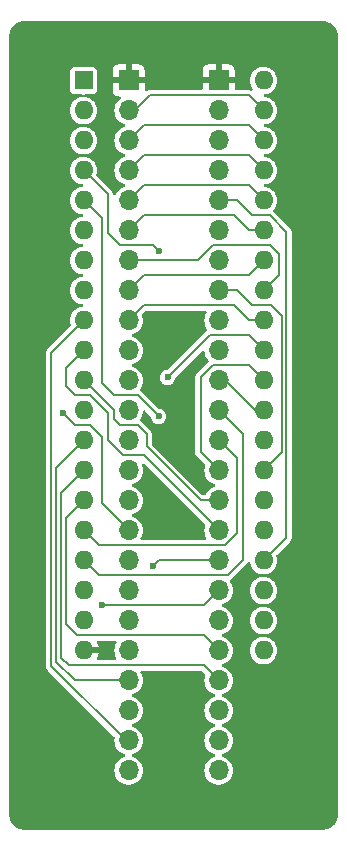
<source format=gbr>
G04 #@! TF.GenerationSoftware,KiCad,Pcbnew,7.0.11+dfsg-1build4*
G04 #@! TF.CreationDate,2024-10-25T09:29:44+09:00*
G04 #@! TF.ProjectId,bionic-p8051,62696f6e-6963-42d7-9038-3035312e6b69,3*
G04 #@! TF.SameCoordinates,Original*
G04 #@! TF.FileFunction,Copper,L2,Bot*
G04 #@! TF.FilePolarity,Positive*
%FSLAX46Y46*%
G04 Gerber Fmt 4.6, Leading zero omitted, Abs format (unit mm)*
G04 Created by KiCad (PCBNEW 7.0.11+dfsg-1build4) date 2024-10-25 09:29:44*
%MOMM*%
%LPD*%
G01*
G04 APERTURE LIST*
G04 #@! TA.AperFunction,ComponentPad*
%ADD10R,1.600000X1.600000*%
G04 #@! TD*
G04 #@! TA.AperFunction,ComponentPad*
%ADD11O,1.600000X1.600000*%
G04 #@! TD*
G04 #@! TA.AperFunction,ComponentPad*
%ADD12O,1.700000X1.700000*%
G04 #@! TD*
G04 #@! TA.AperFunction,ComponentPad*
%ADD13R,1.700000X1.700000*%
G04 #@! TD*
G04 #@! TA.AperFunction,ViaPad*
%ADD14C,0.600000*%
G04 #@! TD*
G04 #@! TA.AperFunction,Conductor*
%ADD15C,0.200000*%
G04 #@! TD*
G04 APERTURE END LIST*
D10*
X107350000Y-75080000D03*
D11*
X107350000Y-77620000D03*
X107350000Y-80160000D03*
X107350000Y-82700000D03*
X107350000Y-85240000D03*
X107350000Y-87780000D03*
X107350000Y-90320000D03*
X107350000Y-92860000D03*
X107350000Y-95400000D03*
X107350000Y-97940000D03*
X107350000Y-100480000D03*
X107350000Y-103020000D03*
X107350000Y-105560000D03*
X107350000Y-108100000D03*
X107350000Y-110640000D03*
X107350000Y-113180000D03*
X107350000Y-115720000D03*
X107350000Y-118260000D03*
X107350000Y-120800000D03*
X107350000Y-123340000D03*
X122590000Y-123340000D03*
X122590000Y-120800000D03*
X122590000Y-118260000D03*
X122590000Y-115720000D03*
X122590000Y-113180000D03*
X122590000Y-110640000D03*
X122590000Y-108100000D03*
X122590000Y-105560000D03*
X122590000Y-103020000D03*
X122590000Y-100480000D03*
X122590000Y-97940000D03*
X122590000Y-95400000D03*
X122590000Y-92860000D03*
X122590000Y-90320000D03*
X122590000Y-87780000D03*
X122590000Y-85240000D03*
X122590000Y-82700000D03*
X122590000Y-80160000D03*
X122590000Y-77620000D03*
X122590000Y-75080000D03*
D12*
X118780000Y-133500000D03*
X118780000Y-130960000D03*
X118780000Y-128420000D03*
X118780000Y-125880000D03*
X118780000Y-123340000D03*
X118780000Y-120800000D03*
X118780000Y-118260000D03*
X118780000Y-115720000D03*
X118780000Y-113180000D03*
X118780000Y-110640000D03*
X118780000Y-108100000D03*
X118780000Y-105560000D03*
X118780000Y-103020000D03*
X118780000Y-100480000D03*
X118780000Y-97940000D03*
X118780000Y-95400000D03*
X118780000Y-92860000D03*
X118780000Y-90320000D03*
X118780000Y-87780000D03*
X118780000Y-85240000D03*
X118780000Y-82700000D03*
X118780000Y-80160000D03*
X118780000Y-77620000D03*
D13*
X118780000Y-75080000D03*
X111160000Y-75080000D03*
D12*
X111160000Y-77620000D03*
X111160000Y-80160000D03*
X111160000Y-82700000D03*
X111160000Y-85240000D03*
X111160000Y-87780000D03*
X111160000Y-90320000D03*
X111160000Y-92860000D03*
X111160000Y-95400000D03*
X111160000Y-97940000D03*
X111160000Y-100480000D03*
X111160000Y-103020000D03*
X111160000Y-105560000D03*
X111160000Y-108100000D03*
X111160000Y-110640000D03*
X111160000Y-113180000D03*
X111160000Y-115720000D03*
X111160000Y-118260000D03*
X111160000Y-120800000D03*
X111160000Y-123340000D03*
X111160000Y-125880000D03*
X111160000Y-128420000D03*
X111160000Y-130960000D03*
X111160000Y-133500000D03*
D14*
X115478000Y-112672000D03*
X114970000Y-96162000D03*
X124876000Y-128420000D03*
X112938000Y-132230000D03*
X115732000Y-103274000D03*
X113192000Y-116228000D03*
X113700000Y-89558000D03*
X113700000Y-103528000D03*
X105572000Y-103274000D03*
X114462000Y-100226000D03*
X108874000Y-119530000D03*
D15*
X123244850Y-94130000D02*
X124114000Y-94999150D01*
X121574000Y-94130000D02*
X123244850Y-94130000D01*
X120304000Y-92860000D02*
X121574000Y-94130000D01*
X124114000Y-106576000D02*
X122590000Y-108100000D01*
X118780000Y-92860000D02*
X120304000Y-92860000D01*
X124114000Y-94999150D02*
X124114000Y-106576000D01*
X113192000Y-116228000D02*
X113700000Y-115720000D01*
X113700000Y-115720000D02*
X118780000Y-115720000D01*
X124514000Y-87897150D02*
X123126850Y-86510000D01*
X121574000Y-86510000D02*
X120304000Y-85240000D01*
X120304000Y-85240000D02*
X118780000Y-85240000D01*
X122590000Y-115720000D02*
X124514000Y-113796000D01*
X124514000Y-113796000D02*
X124514000Y-87897150D01*
X123126850Y-86510000D02*
X121574000Y-86510000D01*
X113700000Y-89558000D02*
X113192000Y-89050000D01*
X109382000Y-84732000D02*
X107350000Y-82700000D01*
X110398000Y-89050000D02*
X109382000Y-88034000D01*
X109382000Y-88034000D02*
X109382000Y-84732000D01*
X113192000Y-89050000D02*
X110398000Y-89050000D01*
X121320000Y-95400000D02*
X120050000Y-94130000D01*
X120050000Y-94130000D02*
X112430000Y-94130000D01*
X112430000Y-94130000D02*
X111160000Y-95400000D01*
X122590000Y-95400000D02*
X121320000Y-95400000D01*
X111160000Y-92860000D02*
X112430000Y-91590000D01*
X121320000Y-91590000D02*
X122590000Y-90320000D01*
X112430000Y-91590000D02*
X121320000Y-91590000D01*
X113700000Y-103528000D02*
X111922000Y-101750000D01*
X109890000Y-101750000D02*
X108874000Y-100734000D01*
X108874000Y-100734000D02*
X108874000Y-86764000D01*
X108874000Y-86764000D02*
X107350000Y-85240000D01*
X111922000Y-101750000D02*
X109890000Y-101750000D01*
X118272000Y-89050000D02*
X123098000Y-89050000D01*
X123860000Y-89812000D02*
X123860000Y-91590000D01*
X117002000Y-90320000D02*
X118272000Y-89050000D01*
X123098000Y-89050000D02*
X123860000Y-89812000D01*
X123860000Y-91590000D02*
X122590000Y-92860000D01*
X111160000Y-90320000D02*
X117002000Y-90320000D01*
X119288000Y-100480000D02*
X121828000Y-103020000D01*
X121828000Y-103020000D02*
X122590000Y-103020000D01*
X118780000Y-100480000D02*
X119288000Y-100480000D01*
X111160000Y-87780000D02*
X112430000Y-86510000D01*
X112430000Y-86510000D02*
X120050000Y-86510000D01*
X121320000Y-87780000D02*
X122590000Y-87780000D01*
X120050000Y-86510000D02*
X121320000Y-87780000D01*
X121320000Y-83970000D02*
X122590000Y-85240000D01*
X111160000Y-85240000D02*
X112430000Y-83970000D01*
X112430000Y-83970000D02*
X121320000Y-83970000D01*
X119288000Y-114450000D02*
X108620000Y-114450000D01*
X120304000Y-113434000D02*
X119288000Y-114450000D01*
X120304000Y-107084000D02*
X120304000Y-113434000D01*
X118780000Y-105560000D02*
X120304000Y-107084000D01*
X108620000Y-114450000D02*
X107350000Y-113180000D01*
X112430000Y-81430000D02*
X121320000Y-81430000D01*
X111160000Y-82700000D02*
X112430000Y-81430000D01*
X121320000Y-81430000D02*
X122590000Y-82700000D01*
X111160000Y-80160000D02*
X112430000Y-78890000D01*
X112430000Y-78890000D02*
X121320000Y-78890000D01*
X121320000Y-78890000D02*
X122590000Y-80160000D01*
X117256000Y-110640000D02*
X118780000Y-110640000D01*
X112684000Y-105052000D02*
X112684000Y-106068000D01*
X112684000Y-106068000D02*
X117256000Y-110640000D01*
X110398000Y-104290000D02*
X111922000Y-104290000D01*
X111922000Y-104290000D02*
X112684000Y-105052000D01*
X107350000Y-100480000D02*
X109890000Y-103020000D01*
X109890000Y-103782000D02*
X110398000Y-104290000D01*
X109890000Y-103020000D02*
X109890000Y-103782000D01*
X121320000Y-76350000D02*
X122590000Y-77620000D01*
X111668000Y-77620000D02*
X112938000Y-76350000D01*
X111160000Y-77620000D02*
X111668000Y-77620000D01*
X112938000Y-76350000D02*
X121320000Y-76350000D01*
X105826000Y-99464000D02*
X107350000Y-97940000D01*
X107858000Y-101750000D02*
X106588000Y-101750000D01*
X109382000Y-103274000D02*
X107858000Y-101750000D01*
X105826000Y-100988000D02*
X105826000Y-99464000D01*
X112430000Y-106830000D02*
X110652000Y-106830000D01*
X110652000Y-106830000D02*
X109382000Y-105560000D01*
X118780000Y-113180000D02*
X112430000Y-106830000D01*
X109382000Y-105560000D02*
X109382000Y-103274000D01*
X106588000Y-101750000D02*
X105826000Y-100988000D01*
X107858000Y-104290000D02*
X108874000Y-105306000D01*
X108874000Y-105306000D02*
X108874000Y-110894000D01*
X106588000Y-104290000D02*
X107858000Y-104290000D01*
X105572000Y-103274000D02*
X106588000Y-104290000D01*
X108874000Y-110894000D02*
X111160000Y-113180000D01*
X122590000Y-100480000D02*
X121320000Y-99210000D01*
X121320000Y-99210000D02*
X118272000Y-99210000D01*
X117256000Y-100226000D02*
X117256000Y-106576000D01*
X118272000Y-99210000D02*
X117256000Y-100226000D01*
X117256000Y-106576000D02*
X118780000Y-108100000D01*
X105026000Y-107884000D02*
X107350000Y-105560000D01*
X111160000Y-125880000D02*
X106588000Y-125880000D01*
X106588000Y-125880000D02*
X105026000Y-124318000D01*
X105026000Y-124318000D02*
X105026000Y-107884000D01*
X114462000Y-100226000D02*
X118018000Y-96670000D01*
X121320000Y-96670000D02*
X122590000Y-97940000D01*
X118018000Y-96670000D02*
X121320000Y-96670000D01*
X120812000Y-105052000D02*
X118780000Y-103020000D01*
X107350000Y-115720000D02*
X108620000Y-116990000D01*
X120812000Y-115720000D02*
X120812000Y-105052000D01*
X119542000Y-116990000D02*
X120812000Y-115720000D01*
X108620000Y-116990000D02*
X119542000Y-116990000D01*
X106822550Y-122070000D02*
X105826000Y-121073450D01*
X105826000Y-112164000D02*
X107350000Y-110640000D01*
X105826000Y-121073450D02*
X105826000Y-112164000D01*
X117510000Y-122070000D02*
X106822550Y-122070000D01*
X118780000Y-123340000D02*
X117510000Y-122070000D01*
X105426000Y-110024000D02*
X107350000Y-108100000D01*
X118780000Y-125880000D02*
X117510000Y-124610000D01*
X117510000Y-124610000D02*
X106080000Y-124610000D01*
X106080000Y-124610000D02*
X105426000Y-123956000D01*
X105426000Y-123956000D02*
X105426000Y-110024000D01*
X107350000Y-95400000D02*
X104626000Y-98124000D01*
X104626000Y-124680000D02*
X110906000Y-130960000D01*
X110906000Y-130960000D02*
X111160000Y-130960000D01*
X104626000Y-98124000D02*
X104626000Y-124680000D01*
X117510000Y-119530000D02*
X118780000Y-118260000D01*
X108874000Y-119530000D02*
X117510000Y-119530000D01*
G04 #@! TA.AperFunction,Conductor*
G36*
X110093788Y-122540185D02*
G01*
X110139543Y-122592989D01*
X110149487Y-122662147D01*
X110135945Y-122699406D01*
X110137497Y-122700179D01*
X110035775Y-122904461D01*
X110035769Y-122904476D01*
X109974885Y-123118462D01*
X109974884Y-123118464D01*
X109954357Y-123339999D01*
X109954357Y-123340000D01*
X109974884Y-123561535D01*
X109974885Y-123561537D01*
X110035769Y-123775523D01*
X110035775Y-123775538D01*
X110137497Y-123979821D01*
X110135142Y-123980993D01*
X110150731Y-124037584D01*
X110129923Y-124104283D01*
X110076358Y-124149144D01*
X110026749Y-124159500D01*
X108596893Y-124159500D01*
X108529854Y-124139815D01*
X108484099Y-124087011D01*
X108474155Y-124017853D01*
X108484511Y-123983095D01*
X108576265Y-123786326D01*
X108576269Y-123786317D01*
X108628872Y-123590000D01*
X107665686Y-123590000D01*
X107677641Y-123578045D01*
X107735165Y-123465148D01*
X107754986Y-123340000D01*
X107735165Y-123214852D01*
X107677641Y-123101955D01*
X107665686Y-123090000D01*
X108628872Y-123090000D01*
X108628872Y-123089999D01*
X108576269Y-122893682D01*
X108576265Y-122893673D01*
X108484511Y-122696905D01*
X108474019Y-122627827D01*
X108502539Y-122564043D01*
X108561015Y-122525804D01*
X108596893Y-122520500D01*
X110026749Y-122520500D01*
X110093788Y-122540185D01*
G37*
G04 #@! TD.AperFunction*
G04 #@! TA.AperFunction,Conductor*
G36*
X112481418Y-107518522D02*
G01*
X117615672Y-112652775D01*
X117649157Y-112714098D01*
X117647258Y-112774389D01*
X117594884Y-112958466D01*
X117574357Y-113179999D01*
X117574357Y-113180000D01*
X117594884Y-113401535D01*
X117594885Y-113401537D01*
X117655769Y-113615523D01*
X117655775Y-113615538D01*
X117757497Y-113819821D01*
X117755142Y-113820993D01*
X117770731Y-113877584D01*
X117749923Y-113944283D01*
X117696358Y-113989144D01*
X117646749Y-113999500D01*
X112293251Y-113999500D01*
X112226212Y-113979815D01*
X112180457Y-113927011D01*
X112170513Y-113857853D01*
X112184054Y-113820593D01*
X112182503Y-113819821D01*
X112284224Y-113615538D01*
X112284223Y-113615538D01*
X112284229Y-113615528D01*
X112345115Y-113401536D01*
X112365643Y-113180000D01*
X112345115Y-112958464D01*
X112284229Y-112744472D01*
X112284224Y-112744461D01*
X112185061Y-112545316D01*
X112185056Y-112545308D01*
X112050979Y-112367761D01*
X111886562Y-112217876D01*
X111886560Y-112217874D01*
X111697404Y-112100754D01*
X111697395Y-112100750D01*
X111603956Y-112064552D01*
X111503475Y-112025625D01*
X111448075Y-111983054D01*
X111424484Y-111917288D01*
X111440195Y-111849207D01*
X111490219Y-111800428D01*
X111503466Y-111794377D01*
X111697401Y-111719247D01*
X111886562Y-111602124D01*
X112026282Y-111474751D01*
X112050979Y-111452238D01*
X112185056Y-111274691D01*
X112185058Y-111274689D01*
X112190025Y-111264715D01*
X112284224Y-111075538D01*
X112284223Y-111075538D01*
X112284229Y-111075528D01*
X112345115Y-110861536D01*
X112365643Y-110640000D01*
X112345115Y-110418464D01*
X112284229Y-110204472D01*
X112284224Y-110204461D01*
X112185061Y-110005316D01*
X112185056Y-110005308D01*
X112050979Y-109827761D01*
X111886562Y-109677876D01*
X111886560Y-109677874D01*
X111697404Y-109560754D01*
X111697395Y-109560750D01*
X111603956Y-109524552D01*
X111503475Y-109485625D01*
X111448075Y-109443054D01*
X111424484Y-109377288D01*
X111440195Y-109309207D01*
X111490219Y-109260428D01*
X111503466Y-109254377D01*
X111697401Y-109179247D01*
X111886562Y-109062124D01*
X112029708Y-108931629D01*
X112050979Y-108912238D01*
X112078344Y-108876002D01*
X112185058Y-108734689D01*
X112284229Y-108535528D01*
X112345115Y-108321536D01*
X112365643Y-108100000D01*
X112345115Y-107878464D01*
X112284229Y-107664472D01*
X112282738Y-107661477D01*
X112282456Y-107659896D01*
X112282154Y-107659116D01*
X112282306Y-107659056D01*
X112270475Y-107592692D01*
X112297347Y-107528197D01*
X112354822Y-107488468D01*
X112424652Y-107486119D01*
X112481418Y-107518522D01*
G37*
G04 #@! TD.AperFunction*
G04 #@! TA.AperFunction,Conductor*
G36*
X117713788Y-94600185D02*
G01*
X117759543Y-94652989D01*
X117769487Y-94722147D01*
X117755945Y-94759406D01*
X117757497Y-94760179D01*
X117655775Y-94964461D01*
X117655769Y-94964476D01*
X117594885Y-95178462D01*
X117594884Y-95178464D01*
X117574357Y-95399999D01*
X117574357Y-95400000D01*
X117594884Y-95621535D01*
X117594885Y-95621537D01*
X117655769Y-95835523D01*
X117655775Y-95835538D01*
X117754938Y-96034683D01*
X117754947Y-96034697D01*
X117808808Y-96106021D01*
X117833500Y-96171382D01*
X117818935Y-96239717D01*
X117769737Y-96289329D01*
X117763665Y-96292463D01*
X117761357Y-96293574D01*
X117754338Y-96298359D01*
X117747460Y-96303435D01*
X117707058Y-96343837D01*
X117703722Y-96347051D01*
X117661804Y-96385946D01*
X117656013Y-96393208D01*
X117655362Y-96392688D01*
X117645967Y-96404928D01*
X114511716Y-99539181D01*
X114450393Y-99572666D01*
X114424035Y-99575500D01*
X114383014Y-99575500D01*
X114229634Y-99613303D01*
X114089762Y-99686715D01*
X113971516Y-99791471D01*
X113881781Y-99921475D01*
X113881780Y-99921476D01*
X113825762Y-100069181D01*
X113806722Y-100225999D01*
X113806722Y-100226000D01*
X113825762Y-100382818D01*
X113862619Y-100480000D01*
X113881780Y-100530523D01*
X113971517Y-100660530D01*
X114089760Y-100765283D01*
X114089762Y-100765284D01*
X114229634Y-100838696D01*
X114383014Y-100876500D01*
X114383015Y-100876500D01*
X114540985Y-100876500D01*
X114694365Y-100838696D01*
X114834240Y-100765283D01*
X114952483Y-100660530D01*
X115042220Y-100530523D01*
X115098237Y-100382818D01*
X115114632Y-100247789D01*
X115142254Y-100183612D01*
X115150036Y-100175066D01*
X117371529Y-97953573D01*
X117432850Y-97920090D01*
X117502542Y-97925074D01*
X117558475Y-97966946D01*
X117582679Y-98029815D01*
X117594884Y-98161535D01*
X117594885Y-98161537D01*
X117655769Y-98375523D01*
X117655775Y-98375538D01*
X117754938Y-98574683D01*
X117754943Y-98574691D01*
X117758817Y-98579821D01*
X117879639Y-98739815D01*
X117889021Y-98752238D01*
X117889025Y-98752242D01*
X117898963Y-98761302D01*
X117935244Y-98821013D01*
X117933483Y-98890861D01*
X117919316Y-98917298D01*
X117920428Y-98917941D01*
X117919646Y-98919294D01*
X117915014Y-98925327D01*
X117912386Y-98930232D01*
X117910032Y-98933185D01*
X117909380Y-98932665D01*
X117899969Y-98944925D01*
X116960263Y-99884632D01*
X116949898Y-99893895D01*
X116922033Y-99916117D01*
X116922030Y-99916121D01*
X116889823Y-99963357D01*
X116887144Y-99967132D01*
X116853206Y-100013118D01*
X116849216Y-100020667D01*
X116845528Y-100028325D01*
X116828673Y-100082967D01*
X116827225Y-100087368D01*
X116808353Y-100141304D01*
X116806771Y-100149659D01*
X116805500Y-100158100D01*
X116805500Y-100215260D01*
X116805413Y-100219897D01*
X116803275Y-100277009D01*
X116804316Y-100286243D01*
X116803485Y-100286336D01*
X116805500Y-100301635D01*
X116805500Y-106543738D01*
X116804720Y-106557623D01*
X116800729Y-106593036D01*
X116811355Y-106649196D01*
X116812132Y-106653765D01*
X116820652Y-106710291D01*
X116823162Y-106718427D01*
X116825976Y-106726470D01*
X116825976Y-106726471D01*
X116825977Y-106726472D01*
X116851725Y-106775190D01*
X116852688Y-106777011D01*
X116854776Y-106781149D01*
X116879574Y-106832641D01*
X116884362Y-106839665D01*
X116889431Y-106846532D01*
X116889434Y-106846538D01*
X116889438Y-106846542D01*
X116929847Y-106886951D01*
X116933064Y-106890290D01*
X116971947Y-106932196D01*
X116979210Y-106937988D01*
X116978689Y-106938641D01*
X116990930Y-106948034D01*
X117615672Y-107572776D01*
X117649157Y-107634099D01*
X117647258Y-107694391D01*
X117594884Y-107878468D01*
X117574357Y-108099999D01*
X117574357Y-108100000D01*
X117594884Y-108321535D01*
X117594885Y-108321537D01*
X117655769Y-108535523D01*
X117655775Y-108535538D01*
X117754938Y-108734683D01*
X117754943Y-108734691D01*
X117889020Y-108912238D01*
X118053437Y-109062123D01*
X118053439Y-109062125D01*
X118242595Y-109179245D01*
X118242596Y-109179245D01*
X118242599Y-109179247D01*
X118436524Y-109254374D01*
X118491924Y-109296946D01*
X118515515Y-109362713D01*
X118499804Y-109430793D01*
X118449780Y-109479572D01*
X118436533Y-109485622D01*
X118325389Y-109528680D01*
X118242601Y-109560752D01*
X118242595Y-109560754D01*
X118053439Y-109677874D01*
X118053437Y-109677876D01*
X117889020Y-109827761D01*
X117754943Y-110005308D01*
X117754936Y-110005320D01*
X117697449Y-110120771D01*
X117649946Y-110172009D01*
X117586449Y-110189500D01*
X117493965Y-110189500D01*
X117426926Y-110169815D01*
X117406284Y-110153181D01*
X113170819Y-105917716D01*
X113137334Y-105856393D01*
X113134500Y-105830035D01*
X113134500Y-105084261D01*
X113135280Y-105070376D01*
X113139270Y-105034965D01*
X113133691Y-105005478D01*
X113128637Y-104978770D01*
X113127866Y-104974230D01*
X113119348Y-104917713D01*
X113119347Y-104917711D01*
X113119347Y-104917709D01*
X113116831Y-104909552D01*
X113114024Y-104901528D01*
X113087306Y-104850977D01*
X113085215Y-104846835D01*
X113060424Y-104795356D01*
X113055642Y-104788342D01*
X113050567Y-104781466D01*
X113050566Y-104781463D01*
X113010165Y-104741062D01*
X113006947Y-104737721D01*
X112968060Y-104695809D01*
X112960792Y-104690014D01*
X112961312Y-104689361D01*
X112949067Y-104679964D01*
X112263368Y-103994265D01*
X112254102Y-103983897D01*
X112252687Y-103982123D01*
X112231879Y-103956030D01*
X112231878Y-103956029D01*
X112231877Y-103956028D01*
X112206350Y-103938624D01*
X112184633Y-103923818D01*
X112180869Y-103921147D01*
X112155223Y-103902219D01*
X112112973Y-103846571D01*
X112107516Y-103776915D01*
X112129903Y-103727725D01*
X112185058Y-103654689D01*
X112284229Y-103455528D01*
X112345115Y-103241536D01*
X112357320Y-103109814D01*
X112383106Y-103044879D01*
X112439906Y-103004191D01*
X112509687Y-103000671D01*
X112568472Y-103033576D01*
X113011952Y-103477056D01*
X113045437Y-103538379D01*
X113047367Y-103549790D01*
X113063763Y-103684819D01*
X113109552Y-103805555D01*
X113119780Y-103832523D01*
X113209517Y-103962530D01*
X113327760Y-104067283D01*
X113327762Y-104067284D01*
X113467634Y-104140696D01*
X113621014Y-104178500D01*
X113621015Y-104178500D01*
X113778985Y-104178500D01*
X113932365Y-104140696D01*
X114011342Y-104099245D01*
X114072240Y-104067283D01*
X114190483Y-103962530D01*
X114280220Y-103832523D01*
X114336237Y-103684818D01*
X114355278Y-103528000D01*
X114344277Y-103437393D01*
X114336237Y-103371181D01*
X114287069Y-103241537D01*
X114280220Y-103223477D01*
X114190483Y-103093470D01*
X114072240Y-102988717D01*
X114072238Y-102988716D01*
X114072237Y-102988715D01*
X113932365Y-102915303D01*
X113778986Y-102877500D01*
X113778985Y-102877500D01*
X113737965Y-102877500D01*
X113670926Y-102857815D01*
X113650284Y-102841181D01*
X112263368Y-101454265D01*
X112254102Y-101443897D01*
X112252687Y-101442123D01*
X112231879Y-101416030D01*
X112231878Y-101416029D01*
X112231877Y-101416028D01*
X112206350Y-101398624D01*
X112184633Y-101383818D01*
X112180869Y-101381147D01*
X112155223Y-101362219D01*
X112112973Y-101306571D01*
X112107516Y-101236915D01*
X112129903Y-101187725D01*
X112185058Y-101114689D01*
X112284229Y-100915528D01*
X112345115Y-100701536D01*
X112365643Y-100480000D01*
X112345115Y-100258464D01*
X112284229Y-100044472D01*
X112272653Y-100021224D01*
X112185061Y-99845316D01*
X112185056Y-99845308D01*
X112050979Y-99667761D01*
X111886562Y-99517876D01*
X111886560Y-99517874D01*
X111697404Y-99400754D01*
X111697395Y-99400750D01*
X111603956Y-99364552D01*
X111503475Y-99325625D01*
X111448075Y-99283054D01*
X111424484Y-99217288D01*
X111440195Y-99149207D01*
X111490219Y-99100428D01*
X111503466Y-99094377D01*
X111697401Y-99019247D01*
X111886562Y-98902124D01*
X112045222Y-98757486D01*
X112050979Y-98752238D01*
X112060361Y-98739815D01*
X112185058Y-98574689D01*
X112284229Y-98375528D01*
X112345115Y-98161536D01*
X112365643Y-97940000D01*
X112345115Y-97718464D01*
X112284229Y-97504472D01*
X112284224Y-97504461D01*
X112185061Y-97305316D01*
X112185056Y-97305308D01*
X112050979Y-97127761D01*
X111886562Y-96977876D01*
X111886560Y-96977874D01*
X111697404Y-96860754D01*
X111697395Y-96860750D01*
X111603956Y-96824552D01*
X111503475Y-96785625D01*
X111448075Y-96743054D01*
X111424484Y-96677288D01*
X111440195Y-96609207D01*
X111490219Y-96560428D01*
X111503466Y-96554377D01*
X111697401Y-96479247D01*
X111886562Y-96362124D01*
X112045222Y-96217486D01*
X112050979Y-96212238D01*
X112060361Y-96199815D01*
X112185058Y-96034689D01*
X112284229Y-95835528D01*
X112345115Y-95621536D01*
X112365643Y-95400000D01*
X112345115Y-95178464D01*
X112334720Y-95141929D01*
X112292742Y-94994390D01*
X112293329Y-94924523D01*
X112324325Y-94872777D01*
X112580284Y-94616819D01*
X112641607Y-94583334D01*
X112667965Y-94580500D01*
X117646749Y-94580500D01*
X117713788Y-94600185D01*
G37*
G04 #@! TD.AperFunction*
G04 #@! TA.AperFunction,Conductor*
G36*
X127674853Y-70075882D02*
G01*
X127704568Y-70078220D01*
X127847136Y-70089440D01*
X127866346Y-70092483D01*
X128029638Y-70131686D01*
X128048130Y-70137694D01*
X128171090Y-70188626D01*
X128203277Y-70201959D01*
X128220614Y-70210793D01*
X128363786Y-70298529D01*
X128379527Y-70309965D01*
X128507217Y-70419022D01*
X128520977Y-70432782D01*
X128630034Y-70560472D01*
X128641470Y-70576213D01*
X128729206Y-70719385D01*
X128738040Y-70736722D01*
X128802302Y-70891862D01*
X128808315Y-70910368D01*
X128847515Y-71073648D01*
X128850559Y-71092866D01*
X128864118Y-71265146D01*
X128864500Y-71274875D01*
X128864500Y-137305124D01*
X128864118Y-137314853D01*
X128850559Y-137487133D01*
X128847515Y-137506351D01*
X128808315Y-137669631D01*
X128802302Y-137688137D01*
X128738040Y-137843277D01*
X128729206Y-137860614D01*
X128641470Y-138003786D01*
X128630034Y-138019527D01*
X128520977Y-138147217D01*
X128507217Y-138160977D01*
X128379527Y-138270034D01*
X128363786Y-138281470D01*
X128220614Y-138369206D01*
X128203277Y-138378040D01*
X128048137Y-138442302D01*
X128029631Y-138448315D01*
X127866351Y-138487515D01*
X127847133Y-138490559D01*
X127674854Y-138504118D01*
X127665125Y-138504500D01*
X102274875Y-138504500D01*
X102265146Y-138504118D01*
X102092866Y-138490559D01*
X102073648Y-138487515D01*
X101910368Y-138448315D01*
X101891862Y-138442302D01*
X101736722Y-138378040D01*
X101719385Y-138369206D01*
X101576213Y-138281470D01*
X101560472Y-138270034D01*
X101432782Y-138160977D01*
X101419022Y-138147217D01*
X101309965Y-138019527D01*
X101298529Y-138003786D01*
X101210793Y-137860614D01*
X101201959Y-137843277D01*
X101188626Y-137811090D01*
X101137694Y-137688130D01*
X101131686Y-137669638D01*
X101092483Y-137506346D01*
X101089440Y-137487132D01*
X101075882Y-137314852D01*
X101075500Y-137305124D01*
X101075500Y-124697036D01*
X104170729Y-124697036D01*
X104181355Y-124753196D01*
X104182132Y-124757765D01*
X104190652Y-124814291D01*
X104193162Y-124822427D01*
X104195976Y-124830470D01*
X104222688Y-124881011D01*
X104224776Y-124885149D01*
X104249574Y-124936641D01*
X104254362Y-124943665D01*
X104259431Y-124950532D01*
X104259434Y-124950538D01*
X104259438Y-124950542D01*
X104299847Y-124990951D01*
X104303064Y-124994290D01*
X104341947Y-125036196D01*
X104349210Y-125041988D01*
X104348689Y-125042641D01*
X104360930Y-125052034D01*
X109940081Y-130631184D01*
X109973566Y-130692507D01*
X109974164Y-130732640D01*
X109975414Y-130732756D01*
X109954357Y-130959999D01*
X109954357Y-130960000D01*
X109974884Y-131181535D01*
X109974885Y-131181537D01*
X110035769Y-131395523D01*
X110035775Y-131395538D01*
X110134938Y-131594683D01*
X110134943Y-131594691D01*
X110269020Y-131772238D01*
X110433437Y-131922123D01*
X110433439Y-131922125D01*
X110622595Y-132039245D01*
X110622596Y-132039245D01*
X110622599Y-132039247D01*
X110816524Y-132114374D01*
X110871924Y-132156946D01*
X110895515Y-132222713D01*
X110879804Y-132290793D01*
X110829780Y-132339572D01*
X110816533Y-132345622D01*
X110668488Y-132402975D01*
X110622601Y-132420752D01*
X110622595Y-132420754D01*
X110433439Y-132537874D01*
X110433437Y-132537876D01*
X110269020Y-132687761D01*
X110134943Y-132865308D01*
X110134938Y-132865316D01*
X110035775Y-133064461D01*
X110035769Y-133064476D01*
X109974885Y-133278462D01*
X109974884Y-133278464D01*
X109954357Y-133499999D01*
X109954357Y-133500000D01*
X109974884Y-133721535D01*
X109974885Y-133721537D01*
X110035769Y-133935523D01*
X110035775Y-133935538D01*
X110134938Y-134134683D01*
X110134943Y-134134691D01*
X110269020Y-134312238D01*
X110433437Y-134462123D01*
X110433439Y-134462125D01*
X110622595Y-134579245D01*
X110622596Y-134579245D01*
X110622599Y-134579247D01*
X110830060Y-134659618D01*
X111048757Y-134700500D01*
X111048759Y-134700500D01*
X111271241Y-134700500D01*
X111271243Y-134700500D01*
X111489940Y-134659618D01*
X111697401Y-134579247D01*
X111886562Y-134462124D01*
X112050981Y-134312236D01*
X112185058Y-134134689D01*
X112284229Y-133935528D01*
X112345115Y-133721536D01*
X112365643Y-133500000D01*
X112345115Y-133278464D01*
X112284229Y-133064472D01*
X112284224Y-133064461D01*
X112185061Y-132865316D01*
X112185056Y-132865308D01*
X112050979Y-132687761D01*
X111886562Y-132537876D01*
X111886560Y-132537874D01*
X111697404Y-132420754D01*
X111697395Y-132420750D01*
X111603956Y-132384552D01*
X111503475Y-132345625D01*
X111448075Y-132303054D01*
X111424484Y-132237288D01*
X111440195Y-132169207D01*
X111490219Y-132120428D01*
X111503466Y-132114377D01*
X111697401Y-132039247D01*
X111886562Y-131922124D01*
X112050981Y-131772236D01*
X112185058Y-131594689D01*
X112284229Y-131395528D01*
X112345115Y-131181536D01*
X112365643Y-130960000D01*
X112345115Y-130738464D01*
X112284229Y-130524472D01*
X112284224Y-130524461D01*
X112185061Y-130325316D01*
X112185056Y-130325308D01*
X112050979Y-130147761D01*
X111886562Y-129997876D01*
X111886560Y-129997874D01*
X111697404Y-129880754D01*
X111697395Y-129880750D01*
X111603956Y-129844552D01*
X111503475Y-129805625D01*
X111448075Y-129763054D01*
X111424484Y-129697288D01*
X111440195Y-129629207D01*
X111490219Y-129580428D01*
X111503466Y-129574377D01*
X111697401Y-129499247D01*
X111886562Y-129382124D01*
X112050981Y-129232236D01*
X112185058Y-129054689D01*
X112284229Y-128855528D01*
X112345115Y-128641536D01*
X112365643Y-128420000D01*
X112345115Y-128198464D01*
X112284229Y-127984472D01*
X112284224Y-127984461D01*
X112185061Y-127785316D01*
X112185056Y-127785308D01*
X112050979Y-127607761D01*
X111886562Y-127457876D01*
X111886560Y-127457874D01*
X111697404Y-127340754D01*
X111697395Y-127340750D01*
X111603956Y-127304552D01*
X111503475Y-127265625D01*
X111448075Y-127223054D01*
X111424484Y-127157288D01*
X111440195Y-127089207D01*
X111490219Y-127040428D01*
X111503466Y-127034377D01*
X111697401Y-126959247D01*
X111886562Y-126842124D01*
X112050981Y-126692236D01*
X112185058Y-126514689D01*
X112284229Y-126315528D01*
X112345115Y-126101536D01*
X112365643Y-125880000D01*
X112345115Y-125658464D01*
X112284229Y-125444472D01*
X112268064Y-125412009D01*
X112182503Y-125240179D01*
X112184857Y-125239006D01*
X112169269Y-125182416D01*
X112190077Y-125115717D01*
X112243642Y-125070856D01*
X112293251Y-125060500D01*
X117272034Y-125060500D01*
X117339073Y-125080185D01*
X117359715Y-125096819D01*
X117615672Y-125352776D01*
X117649157Y-125414099D01*
X117647258Y-125474391D01*
X117594884Y-125658468D01*
X117574357Y-125879999D01*
X117574357Y-125880000D01*
X117594884Y-126101535D01*
X117594885Y-126101537D01*
X117655769Y-126315523D01*
X117655775Y-126315538D01*
X117754938Y-126514683D01*
X117754943Y-126514691D01*
X117889020Y-126692238D01*
X118053437Y-126842123D01*
X118053439Y-126842125D01*
X118242595Y-126959245D01*
X118242596Y-126959245D01*
X118242599Y-126959247D01*
X118436524Y-127034374D01*
X118491924Y-127076946D01*
X118515515Y-127142713D01*
X118499804Y-127210793D01*
X118449780Y-127259572D01*
X118436533Y-127265622D01*
X118288488Y-127322975D01*
X118242601Y-127340752D01*
X118242595Y-127340754D01*
X118053439Y-127457874D01*
X118053437Y-127457876D01*
X117889020Y-127607761D01*
X117754943Y-127785308D01*
X117754938Y-127785316D01*
X117655775Y-127984461D01*
X117655769Y-127984476D01*
X117594885Y-128198462D01*
X117594884Y-128198464D01*
X117574357Y-128419999D01*
X117574357Y-128420000D01*
X117594884Y-128641535D01*
X117594885Y-128641537D01*
X117655769Y-128855523D01*
X117655775Y-128855538D01*
X117754938Y-129054683D01*
X117754943Y-129054691D01*
X117889020Y-129232238D01*
X118053437Y-129382123D01*
X118053439Y-129382125D01*
X118242595Y-129499245D01*
X118242596Y-129499245D01*
X118242599Y-129499247D01*
X118436524Y-129574374D01*
X118491924Y-129616946D01*
X118515515Y-129682713D01*
X118499804Y-129750793D01*
X118449780Y-129799572D01*
X118436533Y-129805622D01*
X118288488Y-129862975D01*
X118242601Y-129880752D01*
X118242595Y-129880754D01*
X118053439Y-129997874D01*
X118053437Y-129997876D01*
X117889020Y-130147761D01*
X117754943Y-130325308D01*
X117754938Y-130325316D01*
X117655775Y-130524461D01*
X117655769Y-130524476D01*
X117594885Y-130738462D01*
X117594884Y-130738464D01*
X117574357Y-130959999D01*
X117574357Y-130960000D01*
X117594884Y-131181535D01*
X117594885Y-131181537D01*
X117655769Y-131395523D01*
X117655775Y-131395538D01*
X117754938Y-131594683D01*
X117754943Y-131594691D01*
X117889020Y-131772238D01*
X118053437Y-131922123D01*
X118053439Y-131922125D01*
X118242595Y-132039245D01*
X118242596Y-132039245D01*
X118242599Y-132039247D01*
X118436524Y-132114374D01*
X118491924Y-132156946D01*
X118515515Y-132222713D01*
X118499804Y-132290793D01*
X118449780Y-132339572D01*
X118436533Y-132345622D01*
X118288488Y-132402975D01*
X118242601Y-132420752D01*
X118242595Y-132420754D01*
X118053439Y-132537874D01*
X118053437Y-132537876D01*
X117889020Y-132687761D01*
X117754943Y-132865308D01*
X117754938Y-132865316D01*
X117655775Y-133064461D01*
X117655769Y-133064476D01*
X117594885Y-133278462D01*
X117594884Y-133278464D01*
X117574357Y-133499999D01*
X117574357Y-133500000D01*
X117594884Y-133721535D01*
X117594885Y-133721537D01*
X117655769Y-133935523D01*
X117655775Y-133935538D01*
X117754938Y-134134683D01*
X117754943Y-134134691D01*
X117889020Y-134312238D01*
X118053437Y-134462123D01*
X118053439Y-134462125D01*
X118242595Y-134579245D01*
X118242596Y-134579245D01*
X118242599Y-134579247D01*
X118450060Y-134659618D01*
X118668757Y-134700500D01*
X118668759Y-134700500D01*
X118891241Y-134700500D01*
X118891243Y-134700500D01*
X119109940Y-134659618D01*
X119317401Y-134579247D01*
X119506562Y-134462124D01*
X119670981Y-134312236D01*
X119805058Y-134134689D01*
X119904229Y-133935528D01*
X119965115Y-133721536D01*
X119985643Y-133500000D01*
X119965115Y-133278464D01*
X119904229Y-133064472D01*
X119904224Y-133064461D01*
X119805061Y-132865316D01*
X119805056Y-132865308D01*
X119670979Y-132687761D01*
X119506562Y-132537876D01*
X119506560Y-132537874D01*
X119317404Y-132420754D01*
X119317395Y-132420750D01*
X119223956Y-132384552D01*
X119123475Y-132345625D01*
X119068075Y-132303054D01*
X119044484Y-132237288D01*
X119060195Y-132169207D01*
X119110219Y-132120428D01*
X119123466Y-132114377D01*
X119317401Y-132039247D01*
X119506562Y-131922124D01*
X119670981Y-131772236D01*
X119805058Y-131594689D01*
X119904229Y-131395528D01*
X119965115Y-131181536D01*
X119985643Y-130960000D01*
X119965115Y-130738464D01*
X119904229Y-130524472D01*
X119904224Y-130524461D01*
X119805061Y-130325316D01*
X119805056Y-130325308D01*
X119670979Y-130147761D01*
X119506562Y-129997876D01*
X119506560Y-129997874D01*
X119317404Y-129880754D01*
X119317395Y-129880750D01*
X119223956Y-129844552D01*
X119123475Y-129805625D01*
X119068075Y-129763054D01*
X119044484Y-129697288D01*
X119060195Y-129629207D01*
X119110219Y-129580428D01*
X119123466Y-129574377D01*
X119317401Y-129499247D01*
X119506562Y-129382124D01*
X119670981Y-129232236D01*
X119805058Y-129054689D01*
X119904229Y-128855528D01*
X119965115Y-128641536D01*
X119985643Y-128420000D01*
X119965115Y-128198464D01*
X119904229Y-127984472D01*
X119904224Y-127984461D01*
X119805061Y-127785316D01*
X119805056Y-127785308D01*
X119670979Y-127607761D01*
X119506562Y-127457876D01*
X119506560Y-127457874D01*
X119317404Y-127340754D01*
X119317395Y-127340750D01*
X119223956Y-127304552D01*
X119123475Y-127265625D01*
X119068075Y-127223054D01*
X119044484Y-127157288D01*
X119060195Y-127089207D01*
X119110219Y-127040428D01*
X119123466Y-127034377D01*
X119317401Y-126959247D01*
X119506562Y-126842124D01*
X119670981Y-126692236D01*
X119805058Y-126514689D01*
X119904229Y-126315528D01*
X119965115Y-126101536D01*
X119985643Y-125880000D01*
X119965115Y-125658464D01*
X119904229Y-125444472D01*
X119889105Y-125414099D01*
X119805061Y-125245316D01*
X119805056Y-125245308D01*
X119670979Y-125067761D01*
X119506562Y-124917876D01*
X119506560Y-124917874D01*
X119317404Y-124800754D01*
X119317395Y-124800750D01*
X119206436Y-124757765D01*
X119123475Y-124725625D01*
X119068075Y-124683054D01*
X119044484Y-124617288D01*
X119060195Y-124549207D01*
X119110219Y-124500428D01*
X119123466Y-124494377D01*
X119317401Y-124419247D01*
X119506562Y-124302124D01*
X119665222Y-124157486D01*
X119670979Y-124152238D01*
X119673316Y-124149144D01*
X119805058Y-123974689D01*
X119904229Y-123775528D01*
X119965115Y-123561536D01*
X119985643Y-123340000D01*
X119965115Y-123118464D01*
X119904229Y-122904472D01*
X119904224Y-122904461D01*
X119805061Y-122705316D01*
X119805056Y-122705308D01*
X119670979Y-122527761D01*
X119506562Y-122377876D01*
X119506560Y-122377874D01*
X119317404Y-122260754D01*
X119317395Y-122260750D01*
X119223956Y-122224552D01*
X119123475Y-122185625D01*
X119068075Y-122143054D01*
X119044484Y-122077288D01*
X119060195Y-122009207D01*
X119110219Y-121960428D01*
X119123466Y-121954377D01*
X119317401Y-121879247D01*
X119506562Y-121762124D01*
X119665222Y-121617486D01*
X119670979Y-121612238D01*
X119673316Y-121609144D01*
X119805058Y-121434689D01*
X119904229Y-121235528D01*
X119965115Y-121021536D01*
X119985643Y-120800000D01*
X119965115Y-120578464D01*
X119904229Y-120364472D01*
X119846671Y-120248880D01*
X119805061Y-120165316D01*
X119805056Y-120165308D01*
X119670979Y-119987761D01*
X119506562Y-119837876D01*
X119506560Y-119837874D01*
X119317404Y-119720754D01*
X119317395Y-119720750D01*
X119223956Y-119684552D01*
X119123475Y-119645625D01*
X119068075Y-119603054D01*
X119044484Y-119537288D01*
X119060195Y-119469207D01*
X119110219Y-119420428D01*
X119123466Y-119414377D01*
X119317401Y-119339247D01*
X119506562Y-119222124D01*
X119670981Y-119072236D01*
X119805058Y-118894689D01*
X119904229Y-118695528D01*
X119965115Y-118481536D01*
X119985643Y-118260000D01*
X119965115Y-118038464D01*
X119904229Y-117824472D01*
X119904224Y-117824461D01*
X119805061Y-117625316D01*
X119805056Y-117625308D01*
X119789975Y-117605338D01*
X119751189Y-117553977D01*
X119726498Y-117488618D01*
X119741063Y-117420283D01*
X119790260Y-117370671D01*
X119796328Y-117367538D01*
X119798642Y-117366425D01*
X119798645Y-117366421D01*
X119798647Y-117366421D01*
X119805695Y-117361616D01*
X119812534Y-117356567D01*
X119812538Y-117356566D01*
X119852974Y-117316128D01*
X119856260Y-117312962D01*
X119898194Y-117274055D01*
X119898196Y-117274050D01*
X119903987Y-117266790D01*
X119904643Y-117267313D01*
X119914032Y-117255070D01*
X121107744Y-116061357D01*
X121118093Y-116052109D01*
X121145970Y-116029879D01*
X121178198Y-115982607D01*
X121180812Y-115978923D01*
X121214793Y-115932882D01*
X121214793Y-115932879D01*
X121214795Y-115932878D01*
X121218777Y-115925343D01*
X121222470Y-115917675D01*
X121222472Y-115917673D01*
X121222472Y-115917669D01*
X121223903Y-115914701D01*
X121226645Y-115911663D01*
X121226863Y-115911233D01*
X121227738Y-115909951D01*
X121228018Y-115910142D01*
X121270728Y-115862843D01*
X121338155Y-115844533D01*
X121404779Y-115865584D01*
X121449445Y-115919312D01*
X121454887Y-115934572D01*
X121512596Y-116137392D01*
X121512596Y-116137394D01*
X121607632Y-116328253D01*
X121725116Y-116483825D01*
X121736128Y-116498407D01*
X121893698Y-116642052D01*
X122074981Y-116754298D01*
X122273802Y-116831321D01*
X122470613Y-116868111D01*
X122532893Y-116899779D01*
X122568166Y-116960092D01*
X122565232Y-117029900D01*
X122525023Y-117087040D01*
X122470613Y-117111888D01*
X122273802Y-117148679D01*
X122273799Y-117148679D01*
X122273799Y-117148680D01*
X122074982Y-117225701D01*
X122074980Y-117225702D01*
X121893699Y-117337947D01*
X121736127Y-117481593D01*
X121607632Y-117651746D01*
X121512596Y-117842605D01*
X121512596Y-117842607D01*
X121454244Y-118047689D01*
X121434571Y-118259999D01*
X121434571Y-118260000D01*
X121454244Y-118472310D01*
X121512596Y-118677392D01*
X121512596Y-118677394D01*
X121607632Y-118868253D01*
X121725116Y-119023825D01*
X121736128Y-119038407D01*
X121893698Y-119182052D01*
X122074981Y-119294298D01*
X122273802Y-119371321D01*
X122470613Y-119408111D01*
X122532893Y-119439779D01*
X122568166Y-119500092D01*
X122565232Y-119569900D01*
X122525023Y-119627040D01*
X122470613Y-119651888D01*
X122273802Y-119688679D01*
X122273799Y-119688679D01*
X122273799Y-119688680D01*
X122074982Y-119765701D01*
X122074980Y-119765702D01*
X121893699Y-119877947D01*
X121736127Y-120021593D01*
X121607632Y-120191746D01*
X121512596Y-120382605D01*
X121512596Y-120382607D01*
X121454244Y-120587689D01*
X121434571Y-120799999D01*
X121434571Y-120800000D01*
X121454244Y-121012310D01*
X121512596Y-121217392D01*
X121512596Y-121217394D01*
X121607632Y-121408253D01*
X121725462Y-121564283D01*
X121736128Y-121578407D01*
X121893698Y-121722052D01*
X122074981Y-121834298D01*
X122273802Y-121911321D01*
X122470613Y-121948111D01*
X122532893Y-121979779D01*
X122568166Y-122040092D01*
X122565232Y-122109900D01*
X122525023Y-122167040D01*
X122470613Y-122191888D01*
X122273802Y-122228679D01*
X122273799Y-122228679D01*
X122273799Y-122228680D01*
X122074982Y-122305701D01*
X122074980Y-122305702D01*
X121893699Y-122417947D01*
X121736127Y-122561593D01*
X121607632Y-122731746D01*
X121512596Y-122922605D01*
X121512596Y-122922607D01*
X121454244Y-123127689D01*
X121434571Y-123339999D01*
X121434571Y-123340000D01*
X121454244Y-123552310D01*
X121512596Y-123757392D01*
X121512596Y-123757394D01*
X121607632Y-123948253D01*
X121725462Y-124104283D01*
X121736128Y-124118407D01*
X121893698Y-124262052D01*
X122074981Y-124374298D01*
X122273802Y-124451321D01*
X122483390Y-124490500D01*
X122483392Y-124490500D01*
X122696608Y-124490500D01*
X122696610Y-124490500D01*
X122906198Y-124451321D01*
X123105019Y-124374298D01*
X123286302Y-124262052D01*
X123443872Y-124118407D01*
X123572366Y-123948255D01*
X123572367Y-123948253D01*
X123667403Y-123757394D01*
X123667403Y-123757393D01*
X123667405Y-123757389D01*
X123725756Y-123552310D01*
X123745429Y-123340000D01*
X123725756Y-123127690D01*
X123667405Y-122922611D01*
X123667403Y-122922606D01*
X123667403Y-122922605D01*
X123572367Y-122731746D01*
X123443872Y-122561593D01*
X123410155Y-122530856D01*
X123286302Y-122417948D01*
X123105019Y-122305702D01*
X123105017Y-122305701D01*
X122988991Y-122260753D01*
X122906198Y-122228679D01*
X122709385Y-122191888D01*
X122647106Y-122160221D01*
X122611833Y-122099908D01*
X122614767Y-122030100D01*
X122654976Y-121972960D01*
X122709384Y-121948111D01*
X122906198Y-121911321D01*
X123105019Y-121834298D01*
X123286302Y-121722052D01*
X123443872Y-121578407D01*
X123572366Y-121408255D01*
X123658373Y-121235528D01*
X123667403Y-121217394D01*
X123667403Y-121217393D01*
X123667405Y-121217389D01*
X123725756Y-121012310D01*
X123745429Y-120800000D01*
X123725756Y-120587690D01*
X123667405Y-120382611D01*
X123667403Y-120382606D01*
X123667403Y-120382605D01*
X123572367Y-120191746D01*
X123443872Y-120021593D01*
X123410155Y-119990856D01*
X123286302Y-119877948D01*
X123105019Y-119765702D01*
X123105017Y-119765701D01*
X122988991Y-119720753D01*
X122906198Y-119688679D01*
X122709385Y-119651888D01*
X122647106Y-119620221D01*
X122611833Y-119559908D01*
X122614767Y-119490100D01*
X122654976Y-119432960D01*
X122709384Y-119408111D01*
X122906198Y-119371321D01*
X123105019Y-119294298D01*
X123286302Y-119182052D01*
X123443872Y-119038407D01*
X123572366Y-118868255D01*
X123612715Y-118787223D01*
X123667403Y-118677394D01*
X123667403Y-118677393D01*
X123667405Y-118677389D01*
X123725756Y-118472310D01*
X123745429Y-118260000D01*
X123725756Y-118047690D01*
X123667405Y-117842611D01*
X123667403Y-117842606D01*
X123667403Y-117842605D01*
X123572367Y-117651746D01*
X123443872Y-117481593D01*
X123410155Y-117450856D01*
X123286302Y-117337948D01*
X123105019Y-117225702D01*
X123105017Y-117225701D01*
X123005608Y-117187190D01*
X122906198Y-117148679D01*
X122709385Y-117111888D01*
X122647106Y-117080221D01*
X122611833Y-117019908D01*
X122614767Y-116950100D01*
X122654976Y-116892960D01*
X122709384Y-116868111D01*
X122906198Y-116831321D01*
X123105019Y-116754298D01*
X123286302Y-116642052D01*
X123443872Y-116498407D01*
X123572366Y-116328255D01*
X123622288Y-116227998D01*
X123667403Y-116137394D01*
X123667403Y-116137393D01*
X123667405Y-116137389D01*
X123725756Y-115932310D01*
X123745429Y-115720000D01*
X123725756Y-115507690D01*
X123682271Y-115354858D01*
X123682857Y-115284995D01*
X123713854Y-115233248D01*
X124809744Y-114137357D01*
X124820093Y-114128109D01*
X124847970Y-114105879D01*
X124880198Y-114058607D01*
X124882812Y-114054923D01*
X124916793Y-114008882D01*
X124916793Y-114008879D01*
X124916795Y-114008878D01*
X124920787Y-114001324D01*
X124924471Y-113993675D01*
X124928746Y-113979815D01*
X124941330Y-113939014D01*
X124942762Y-113934662D01*
X124961646Y-113880699D01*
X124961646Y-113880696D01*
X124963232Y-113872311D01*
X124964500Y-113863904D01*
X124964500Y-113806738D01*
X124964587Y-113802100D01*
X124966724Y-113744992D01*
X124965684Y-113735761D01*
X124966513Y-113735667D01*
X124964500Y-113720366D01*
X124964500Y-87929411D01*
X124965280Y-87915526D01*
X124969270Y-87880116D01*
X124969270Y-87880115D01*
X124958633Y-87823903D01*
X124957864Y-87819369D01*
X124951931Y-87780000D01*
X124949348Y-87762863D01*
X124949346Y-87762859D01*
X124946836Y-87754721D01*
X124944024Y-87746684D01*
X124944023Y-87746678D01*
X124917285Y-87696091D01*
X124915223Y-87692004D01*
X124890425Y-87640508D01*
X124890423Y-87640506D01*
X124890423Y-87640505D01*
X124885642Y-87633492D01*
X124880566Y-87626615D01*
X124880565Y-87626612D01*
X124840165Y-87586212D01*
X124836947Y-87582871D01*
X124798060Y-87540959D01*
X124790792Y-87535164D01*
X124791312Y-87534511D01*
X124779067Y-87525114D01*
X123468218Y-86214265D01*
X123458952Y-86203897D01*
X123444267Y-86185483D01*
X123438956Y-86178823D01*
X123412548Y-86114137D01*
X123425305Y-86045442D01*
X123440676Y-86023177D01*
X123440417Y-86022982D01*
X123473821Y-85978748D01*
X123572366Y-85848255D01*
X123626644Y-85739249D01*
X123667403Y-85657394D01*
X123667403Y-85657393D01*
X123667405Y-85657389D01*
X123725756Y-85452310D01*
X123745429Y-85240000D01*
X123725756Y-85027690D01*
X123667405Y-84822611D01*
X123667403Y-84822606D01*
X123667403Y-84822605D01*
X123572367Y-84631746D01*
X123443872Y-84461593D01*
X123410155Y-84430856D01*
X123286302Y-84317948D01*
X123105019Y-84205702D01*
X123105017Y-84205701D01*
X122988989Y-84160752D01*
X122906198Y-84128679D01*
X122709385Y-84091888D01*
X122647106Y-84060221D01*
X122611833Y-83999908D01*
X122614767Y-83930100D01*
X122654976Y-83872960D01*
X122709384Y-83848111D01*
X122906198Y-83811321D01*
X123105019Y-83734298D01*
X123286302Y-83622052D01*
X123443872Y-83478407D01*
X123572366Y-83308255D01*
X123658373Y-83135528D01*
X123667403Y-83117394D01*
X123667403Y-83117393D01*
X123667405Y-83117389D01*
X123725756Y-82912310D01*
X123745429Y-82700000D01*
X123725756Y-82487690D01*
X123667405Y-82282611D01*
X123667403Y-82282606D01*
X123667403Y-82282605D01*
X123572367Y-82091746D01*
X123443872Y-81921593D01*
X123410155Y-81890856D01*
X123286302Y-81777948D01*
X123105019Y-81665702D01*
X123105017Y-81665701D01*
X122959884Y-81609477D01*
X122906198Y-81588679D01*
X122709385Y-81551888D01*
X122647106Y-81520221D01*
X122611833Y-81459908D01*
X122614767Y-81390100D01*
X122654976Y-81332960D01*
X122709384Y-81308111D01*
X122906198Y-81271321D01*
X123105019Y-81194298D01*
X123286302Y-81082052D01*
X123443872Y-80938407D01*
X123572366Y-80768255D01*
X123658373Y-80595528D01*
X123667403Y-80577394D01*
X123667403Y-80577393D01*
X123667405Y-80577389D01*
X123725756Y-80372310D01*
X123745429Y-80160000D01*
X123725756Y-79947690D01*
X123667405Y-79742611D01*
X123667403Y-79742606D01*
X123667403Y-79742605D01*
X123572367Y-79551746D01*
X123443872Y-79381593D01*
X123410155Y-79350856D01*
X123286302Y-79237948D01*
X123105019Y-79125702D01*
X123105017Y-79125701D01*
X122959884Y-79069477D01*
X122906198Y-79048679D01*
X122709385Y-79011888D01*
X122647106Y-78980221D01*
X122611833Y-78919908D01*
X122614767Y-78850100D01*
X122654976Y-78792960D01*
X122709384Y-78768111D01*
X122906198Y-78731321D01*
X123105019Y-78654298D01*
X123286302Y-78542052D01*
X123443872Y-78398407D01*
X123572366Y-78228255D01*
X123658373Y-78055528D01*
X123667403Y-78037394D01*
X123667403Y-78037393D01*
X123667405Y-78037389D01*
X123725756Y-77832310D01*
X123745429Y-77620000D01*
X123725756Y-77407690D01*
X123667405Y-77202611D01*
X123667403Y-77202606D01*
X123667403Y-77202605D01*
X123572367Y-77011746D01*
X123443872Y-76841593D01*
X123410155Y-76810856D01*
X123286302Y-76697948D01*
X123105019Y-76585702D01*
X123105017Y-76585701D01*
X122959884Y-76529477D01*
X122906198Y-76508679D01*
X122709385Y-76471888D01*
X122647106Y-76440221D01*
X122611833Y-76379908D01*
X122614767Y-76310100D01*
X122654976Y-76252960D01*
X122709384Y-76228111D01*
X122906198Y-76191321D01*
X123105019Y-76114298D01*
X123286302Y-76002052D01*
X123443872Y-75858407D01*
X123572366Y-75688255D01*
X123626270Y-75580000D01*
X123667403Y-75497394D01*
X123667403Y-75497393D01*
X123667405Y-75497389D01*
X123725756Y-75292310D01*
X123745429Y-75080000D01*
X123725756Y-74867690D01*
X123667405Y-74662611D01*
X123667403Y-74662606D01*
X123667403Y-74662605D01*
X123572367Y-74471746D01*
X123443872Y-74301593D01*
X123286302Y-74157948D01*
X123105019Y-74045702D01*
X123105017Y-74045701D01*
X122963307Y-73990803D01*
X122906198Y-73968679D01*
X122696610Y-73929500D01*
X122483390Y-73929500D01*
X122273802Y-73968679D01*
X122273799Y-73968679D01*
X122273799Y-73968680D01*
X122074982Y-74045701D01*
X122074980Y-74045702D01*
X121893699Y-74157947D01*
X121736127Y-74301593D01*
X121607632Y-74471746D01*
X121512596Y-74662605D01*
X121512596Y-74662607D01*
X121454244Y-74867689D01*
X121434571Y-75079999D01*
X121434571Y-75080000D01*
X121454244Y-75292310D01*
X121512596Y-75497392D01*
X121512596Y-75497394D01*
X121607632Y-75688253D01*
X121650959Y-75745626D01*
X121675651Y-75810987D01*
X121661086Y-75879322D01*
X121611889Y-75928934D01*
X121543679Y-75944073D01*
X121515456Y-75938844D01*
X121463049Y-75922679D01*
X121458644Y-75921230D01*
X121455060Y-75919976D01*
X121447056Y-75917175D01*
X121404695Y-75902352D01*
X121396326Y-75900768D01*
X121387904Y-75899500D01*
X121387902Y-75899500D01*
X121330738Y-75899500D01*
X121326101Y-75899413D01*
X121324085Y-75899337D01*
X121268989Y-75897275D01*
X121259756Y-75898316D01*
X121259662Y-75897486D01*
X121244364Y-75899500D01*
X120254000Y-75899500D01*
X120186961Y-75879815D01*
X120141206Y-75827011D01*
X120130000Y-75775500D01*
X120130000Y-75330000D01*
X119213686Y-75330000D01*
X119239493Y-75289844D01*
X119280000Y-75151889D01*
X119280000Y-75008111D01*
X119239493Y-74870156D01*
X119213686Y-74830000D01*
X120130000Y-74830000D01*
X120130000Y-74182172D01*
X120129999Y-74182155D01*
X120123598Y-74122627D01*
X120123596Y-74122620D01*
X120073354Y-73987913D01*
X120073350Y-73987906D01*
X119987190Y-73872812D01*
X119987187Y-73872809D01*
X119872093Y-73786649D01*
X119872086Y-73786645D01*
X119737379Y-73736403D01*
X119737372Y-73736401D01*
X119677844Y-73730000D01*
X119030000Y-73730000D01*
X119030000Y-74644498D01*
X118922315Y-74595320D01*
X118815763Y-74580000D01*
X118744237Y-74580000D01*
X118637685Y-74595320D01*
X118530000Y-74644498D01*
X118530000Y-73730000D01*
X117882155Y-73730000D01*
X117822627Y-73736401D01*
X117822620Y-73736403D01*
X117687913Y-73786645D01*
X117687906Y-73786649D01*
X117572812Y-73872809D01*
X117572809Y-73872812D01*
X117486649Y-73987906D01*
X117486645Y-73987913D01*
X117436403Y-74122620D01*
X117436401Y-74122627D01*
X117430000Y-74182155D01*
X117430000Y-74830000D01*
X118346314Y-74830000D01*
X118320507Y-74870156D01*
X118280000Y-75008111D01*
X118280000Y-75151889D01*
X118320507Y-75289844D01*
X118346314Y-75330000D01*
X117430000Y-75330000D01*
X117430000Y-75775500D01*
X117410315Y-75842539D01*
X117357511Y-75888294D01*
X117306000Y-75899500D01*
X112970262Y-75899500D01*
X112956379Y-75898720D01*
X112951370Y-75898155D01*
X112920963Y-75894729D01*
X112864810Y-75905354D01*
X112860241Y-75906131D01*
X112803715Y-75914651D01*
X112795532Y-75917175D01*
X112787529Y-75919976D01*
X112736985Y-75946689D01*
X112732848Y-75948778D01*
X112687803Y-75970471D01*
X112618861Y-75981823D01*
X112554727Y-75954102D01*
X112515761Y-75896107D01*
X112510000Y-75858751D01*
X112510000Y-75330000D01*
X111593686Y-75330000D01*
X111619493Y-75289844D01*
X111660000Y-75151889D01*
X111660000Y-75008111D01*
X111619493Y-74870156D01*
X111593686Y-74830000D01*
X112510000Y-74830000D01*
X112510000Y-74182172D01*
X112509999Y-74182155D01*
X112503598Y-74122627D01*
X112503596Y-74122620D01*
X112453354Y-73987913D01*
X112453350Y-73987906D01*
X112367190Y-73872812D01*
X112367187Y-73872809D01*
X112252093Y-73786649D01*
X112252086Y-73786645D01*
X112117379Y-73736403D01*
X112117372Y-73736401D01*
X112057844Y-73730000D01*
X111410000Y-73730000D01*
X111410000Y-74644498D01*
X111302315Y-74595320D01*
X111195763Y-74580000D01*
X111124237Y-74580000D01*
X111017685Y-74595320D01*
X110910000Y-74644498D01*
X110910000Y-73730000D01*
X110262155Y-73730000D01*
X110202627Y-73736401D01*
X110202620Y-73736403D01*
X110067913Y-73786645D01*
X110067906Y-73786649D01*
X109952812Y-73872809D01*
X109952809Y-73872812D01*
X109866649Y-73987906D01*
X109866645Y-73987913D01*
X109816403Y-74122620D01*
X109816401Y-74122627D01*
X109810000Y-74182155D01*
X109810000Y-74830000D01*
X110726314Y-74830000D01*
X110700507Y-74870156D01*
X110660000Y-75008111D01*
X110660000Y-75151889D01*
X110700507Y-75289844D01*
X110726314Y-75330000D01*
X109810000Y-75330000D01*
X109810000Y-75977844D01*
X109816401Y-76037372D01*
X109816403Y-76037379D01*
X109866645Y-76172086D01*
X109866649Y-76172093D01*
X109952809Y-76287187D01*
X109952812Y-76287190D01*
X110067906Y-76373350D01*
X110067913Y-76373354D01*
X110202620Y-76423596D01*
X110202627Y-76423598D01*
X110262155Y-76429999D01*
X110262172Y-76430000D01*
X110365655Y-76430000D01*
X110432694Y-76449685D01*
X110478449Y-76502489D01*
X110488393Y-76571647D01*
X110459368Y-76635203D01*
X110437542Y-76653796D01*
X110438014Y-76654420D01*
X110433437Y-76657876D01*
X110269020Y-76807761D01*
X110134943Y-76985308D01*
X110134938Y-76985316D01*
X110035775Y-77184461D01*
X110035769Y-77184476D01*
X109974885Y-77398462D01*
X109974884Y-77398464D01*
X109954357Y-77619999D01*
X109954357Y-77620000D01*
X109974884Y-77841535D01*
X109974885Y-77841537D01*
X110035769Y-78055523D01*
X110035775Y-78055538D01*
X110134938Y-78254683D01*
X110134943Y-78254691D01*
X110269020Y-78432238D01*
X110433437Y-78582123D01*
X110433439Y-78582125D01*
X110622595Y-78699245D01*
X110622596Y-78699245D01*
X110622599Y-78699247D01*
X110816524Y-78774374D01*
X110871924Y-78816946D01*
X110895515Y-78882713D01*
X110879804Y-78950793D01*
X110829780Y-78999572D01*
X110816533Y-79005622D01*
X110705389Y-79048680D01*
X110622601Y-79080752D01*
X110622595Y-79080754D01*
X110433439Y-79197874D01*
X110433437Y-79197876D01*
X110269020Y-79347761D01*
X110134943Y-79525308D01*
X110134938Y-79525316D01*
X110035775Y-79724461D01*
X110035769Y-79724476D01*
X109974885Y-79938462D01*
X109974884Y-79938464D01*
X109954357Y-80159999D01*
X109954357Y-80160000D01*
X109974884Y-80381535D01*
X109974885Y-80381537D01*
X110035769Y-80595523D01*
X110035775Y-80595538D01*
X110134938Y-80794683D01*
X110134943Y-80794691D01*
X110269020Y-80972238D01*
X110433437Y-81122123D01*
X110433439Y-81122125D01*
X110622595Y-81239245D01*
X110622596Y-81239245D01*
X110622599Y-81239247D01*
X110816524Y-81314374D01*
X110871924Y-81356946D01*
X110895515Y-81422713D01*
X110879804Y-81490793D01*
X110829780Y-81539572D01*
X110816533Y-81545622D01*
X110705389Y-81588680D01*
X110622601Y-81620752D01*
X110622595Y-81620754D01*
X110433439Y-81737874D01*
X110433437Y-81737876D01*
X110269020Y-81887761D01*
X110134943Y-82065308D01*
X110134938Y-82065316D01*
X110035775Y-82264461D01*
X110035769Y-82264476D01*
X109974885Y-82478462D01*
X109974884Y-82478464D01*
X109954357Y-82699999D01*
X109954357Y-82700000D01*
X109974884Y-82921535D01*
X109974885Y-82921537D01*
X110035769Y-83135523D01*
X110035775Y-83135538D01*
X110134938Y-83334683D01*
X110134943Y-83334691D01*
X110269020Y-83512238D01*
X110433437Y-83662123D01*
X110433439Y-83662125D01*
X110622595Y-83779245D01*
X110622596Y-83779245D01*
X110622599Y-83779247D01*
X110816524Y-83854374D01*
X110871924Y-83896946D01*
X110895515Y-83962713D01*
X110879804Y-84030793D01*
X110829780Y-84079572D01*
X110816533Y-84085622D01*
X110705389Y-84128680D01*
X110622601Y-84160752D01*
X110622595Y-84160754D01*
X110433439Y-84277874D01*
X110433437Y-84277876D01*
X110269020Y-84427761D01*
X110134943Y-84605308D01*
X110134938Y-84605316D01*
X110068508Y-84738726D01*
X110021005Y-84789963D01*
X109953342Y-84807384D01*
X109887002Y-84785458D01*
X109843047Y-84731147D01*
X109835670Y-84706510D01*
X109832587Y-84690218D01*
X109826633Y-84658753D01*
X109825864Y-84654219D01*
X109818493Y-84605311D01*
X109817348Y-84597713D01*
X109817346Y-84597709D01*
X109814833Y-84589561D01*
X109812021Y-84581523D01*
X109785312Y-84530989D01*
X109783221Y-84526847D01*
X109758425Y-84475358D01*
X109753624Y-84468316D01*
X109748567Y-84461465D01*
X109748566Y-84461462D01*
X109708152Y-84421048D01*
X109704935Y-84417708D01*
X109666057Y-84375807D01*
X109658790Y-84370012D01*
X109659310Y-84369359D01*
X109647070Y-84359966D01*
X109066349Y-83779245D01*
X108473855Y-83186752D01*
X108440371Y-83125430D01*
X108442270Y-83065141D01*
X108485756Y-82912310D01*
X108505429Y-82700000D01*
X108485756Y-82487690D01*
X108427405Y-82282611D01*
X108427403Y-82282606D01*
X108427403Y-82282605D01*
X108332367Y-82091746D01*
X108203872Y-81921593D01*
X108170155Y-81890856D01*
X108046302Y-81777948D01*
X107865019Y-81665702D01*
X107865017Y-81665701D01*
X107719884Y-81609477D01*
X107666198Y-81588679D01*
X107469385Y-81551888D01*
X107407106Y-81520221D01*
X107371833Y-81459908D01*
X107374767Y-81390100D01*
X107414976Y-81332960D01*
X107469384Y-81308111D01*
X107666198Y-81271321D01*
X107865019Y-81194298D01*
X108046302Y-81082052D01*
X108203872Y-80938407D01*
X108332366Y-80768255D01*
X108418373Y-80595528D01*
X108427403Y-80577394D01*
X108427403Y-80577393D01*
X108427405Y-80577389D01*
X108485756Y-80372310D01*
X108505429Y-80160000D01*
X108485756Y-79947690D01*
X108427405Y-79742611D01*
X108427403Y-79742606D01*
X108427403Y-79742605D01*
X108332367Y-79551746D01*
X108203872Y-79381593D01*
X108170155Y-79350856D01*
X108046302Y-79237948D01*
X107865019Y-79125702D01*
X107865017Y-79125701D01*
X107719884Y-79069477D01*
X107666198Y-79048679D01*
X107469385Y-79011888D01*
X107407106Y-78980221D01*
X107371833Y-78919908D01*
X107374767Y-78850100D01*
X107414976Y-78792960D01*
X107469384Y-78768111D01*
X107666198Y-78731321D01*
X107865019Y-78654298D01*
X108046302Y-78542052D01*
X108203872Y-78398407D01*
X108332366Y-78228255D01*
X108418373Y-78055528D01*
X108427403Y-78037394D01*
X108427403Y-78037393D01*
X108427405Y-78037389D01*
X108485756Y-77832310D01*
X108505429Y-77620000D01*
X108485756Y-77407690D01*
X108427405Y-77202611D01*
X108427403Y-77202606D01*
X108427403Y-77202605D01*
X108332367Y-77011746D01*
X108203872Y-76841593D01*
X108170155Y-76810856D01*
X108046302Y-76697948D01*
X107865019Y-76585702D01*
X107865017Y-76585701D01*
X107719884Y-76529477D01*
X107666198Y-76508679D01*
X107493458Y-76476388D01*
X107431179Y-76444721D01*
X107395906Y-76384408D01*
X107398840Y-76314600D01*
X107439049Y-76257460D01*
X107503767Y-76231129D01*
X107516245Y-76230500D01*
X108183261Y-76230500D01*
X108205971Y-76227191D01*
X108251393Y-76220573D01*
X108356483Y-76169198D01*
X108439198Y-76086483D01*
X108490573Y-75981393D01*
X108500500Y-75913260D01*
X108500500Y-74246740D01*
X108490573Y-74178607D01*
X108439198Y-74073517D01*
X108439196Y-74073515D01*
X108439196Y-74073514D01*
X108356485Y-73990803D01*
X108251391Y-73939426D01*
X108183261Y-73929500D01*
X108183260Y-73929500D01*
X106516740Y-73929500D01*
X106516739Y-73929500D01*
X106448608Y-73939426D01*
X106343514Y-73990803D01*
X106260803Y-74073514D01*
X106209426Y-74178608D01*
X106199500Y-74246739D01*
X106199500Y-75913260D01*
X106209426Y-75981391D01*
X106260803Y-76086485D01*
X106343514Y-76169196D01*
X106343515Y-76169196D01*
X106343517Y-76169198D01*
X106448607Y-76220573D01*
X106482673Y-76225536D01*
X106516739Y-76230500D01*
X107183755Y-76230500D01*
X107250794Y-76250185D01*
X107296549Y-76302989D01*
X107306493Y-76372147D01*
X107277468Y-76435703D01*
X107218690Y-76473477D01*
X107206549Y-76476386D01*
X107033802Y-76508679D01*
X107033799Y-76508679D01*
X107033799Y-76508680D01*
X106834982Y-76585701D01*
X106834980Y-76585702D01*
X106653699Y-76697947D01*
X106496127Y-76841593D01*
X106367632Y-77011746D01*
X106272596Y-77202605D01*
X106272596Y-77202607D01*
X106214244Y-77407689D01*
X106194571Y-77619999D01*
X106194571Y-77620000D01*
X106214244Y-77832310D01*
X106272596Y-78037392D01*
X106272596Y-78037394D01*
X106367632Y-78228253D01*
X106485462Y-78384283D01*
X106496128Y-78398407D01*
X106653698Y-78542052D01*
X106834981Y-78654298D01*
X107033802Y-78731321D01*
X107230613Y-78768111D01*
X107292893Y-78799779D01*
X107328166Y-78860092D01*
X107325232Y-78929900D01*
X107285023Y-78987040D01*
X107230613Y-79011888D01*
X107033802Y-79048679D01*
X107033799Y-79048679D01*
X107033799Y-79048680D01*
X106834982Y-79125701D01*
X106834980Y-79125702D01*
X106653699Y-79237947D01*
X106496127Y-79381593D01*
X106367632Y-79551746D01*
X106272596Y-79742605D01*
X106272596Y-79742607D01*
X106214244Y-79947689D01*
X106194571Y-80159999D01*
X106194571Y-80160000D01*
X106214244Y-80372310D01*
X106272596Y-80577392D01*
X106272596Y-80577394D01*
X106367632Y-80768253D01*
X106485462Y-80924283D01*
X106496128Y-80938407D01*
X106653698Y-81082052D01*
X106834981Y-81194298D01*
X107033802Y-81271321D01*
X107230613Y-81308111D01*
X107292893Y-81339779D01*
X107328166Y-81400092D01*
X107325232Y-81469900D01*
X107285023Y-81527040D01*
X107230613Y-81551888D01*
X107033802Y-81588679D01*
X107033799Y-81588679D01*
X107033799Y-81588680D01*
X106834982Y-81665701D01*
X106834980Y-81665702D01*
X106653699Y-81777947D01*
X106496127Y-81921593D01*
X106367632Y-82091746D01*
X106272596Y-82282605D01*
X106272596Y-82282607D01*
X106216870Y-82478462D01*
X106214244Y-82487690D01*
X106194571Y-82700000D01*
X106214244Y-82912310D01*
X106257727Y-83065136D01*
X106272596Y-83117392D01*
X106272596Y-83117394D01*
X106367632Y-83308253D01*
X106485462Y-83464283D01*
X106496128Y-83478407D01*
X106653698Y-83622052D01*
X106834981Y-83734298D01*
X107033802Y-83811321D01*
X107230613Y-83848111D01*
X107292893Y-83879779D01*
X107328166Y-83940092D01*
X107325232Y-84009900D01*
X107285023Y-84067040D01*
X107230613Y-84091888D01*
X107033802Y-84128679D01*
X107033799Y-84128679D01*
X107033799Y-84128680D01*
X106834982Y-84205701D01*
X106834980Y-84205702D01*
X106653699Y-84317947D01*
X106496127Y-84461593D01*
X106367632Y-84631746D01*
X106272596Y-84822605D01*
X106272596Y-84822607D01*
X106216870Y-85018462D01*
X106214244Y-85027690D01*
X106194571Y-85240000D01*
X106214244Y-85452310D01*
X106257727Y-85605136D01*
X106272596Y-85657392D01*
X106272596Y-85657394D01*
X106367632Y-85848253D01*
X106496127Y-86018406D01*
X106496128Y-86018407D01*
X106653698Y-86162052D01*
X106834981Y-86274298D01*
X107033802Y-86351321D01*
X107230613Y-86388111D01*
X107292893Y-86419779D01*
X107328166Y-86480092D01*
X107325232Y-86549900D01*
X107285023Y-86607040D01*
X107230613Y-86631888D01*
X107033802Y-86668679D01*
X107033799Y-86668679D01*
X107033799Y-86668680D01*
X106834982Y-86745701D01*
X106834980Y-86745702D01*
X106653699Y-86857947D01*
X106496127Y-87001593D01*
X106367632Y-87171746D01*
X106272596Y-87362605D01*
X106272596Y-87362607D01*
X106214244Y-87567689D01*
X106207497Y-87640508D01*
X106194571Y-87780000D01*
X106214244Y-87992310D01*
X106258394Y-88147480D01*
X106272596Y-88197392D01*
X106272596Y-88197394D01*
X106367632Y-88388253D01*
X106492930Y-88554172D01*
X106496128Y-88558407D01*
X106653698Y-88702052D01*
X106834981Y-88814298D01*
X107033802Y-88891321D01*
X107230613Y-88928111D01*
X107292893Y-88959779D01*
X107328166Y-89020092D01*
X107325232Y-89089900D01*
X107285023Y-89147040D01*
X107230613Y-89171888D01*
X107033802Y-89208679D01*
X107033799Y-89208679D01*
X107033799Y-89208680D01*
X106834982Y-89285701D01*
X106834980Y-89285702D01*
X106653699Y-89397947D01*
X106496127Y-89541593D01*
X106367632Y-89711746D01*
X106272596Y-89902605D01*
X106272596Y-89902607D01*
X106216870Y-90098462D01*
X106214244Y-90107690D01*
X106194571Y-90320000D01*
X106214244Y-90532310D01*
X106246166Y-90644504D01*
X106272596Y-90737392D01*
X106272596Y-90737394D01*
X106367632Y-90928253D01*
X106492930Y-91094172D01*
X106496128Y-91098407D01*
X106653698Y-91242052D01*
X106834981Y-91354298D01*
X107033802Y-91431321D01*
X107230613Y-91468111D01*
X107292893Y-91499779D01*
X107328166Y-91560092D01*
X107325232Y-91629900D01*
X107285023Y-91687040D01*
X107230613Y-91711888D01*
X107033802Y-91748679D01*
X107033799Y-91748679D01*
X107033799Y-91748680D01*
X106834982Y-91825701D01*
X106834980Y-91825702D01*
X106653699Y-91937947D01*
X106496127Y-92081593D01*
X106367632Y-92251746D01*
X106272596Y-92442605D01*
X106272596Y-92442607D01*
X106214244Y-92647689D01*
X106194571Y-92859999D01*
X106194571Y-92860000D01*
X106214244Y-93072310D01*
X106272596Y-93277392D01*
X106272596Y-93277394D01*
X106367632Y-93468253D01*
X106492930Y-93634172D01*
X106496128Y-93638407D01*
X106653698Y-93782052D01*
X106834981Y-93894298D01*
X107033802Y-93971321D01*
X107230613Y-94008111D01*
X107292893Y-94039779D01*
X107328166Y-94100092D01*
X107325232Y-94169900D01*
X107285023Y-94227040D01*
X107230613Y-94251888D01*
X107033802Y-94288679D01*
X107033799Y-94288679D01*
X107033799Y-94288680D01*
X106834982Y-94365701D01*
X106834980Y-94365702D01*
X106653699Y-94477947D01*
X106496127Y-94621593D01*
X106367632Y-94791746D01*
X106272596Y-94982605D01*
X106272596Y-94982607D01*
X106214244Y-95187689D01*
X106194571Y-95399999D01*
X106194571Y-95400000D01*
X106214244Y-95612312D01*
X106257727Y-95765138D01*
X106257141Y-95835005D01*
X106226142Y-95886753D01*
X104330263Y-97782632D01*
X104319898Y-97791895D01*
X104292033Y-97814117D01*
X104292030Y-97814121D01*
X104259823Y-97861357D01*
X104257144Y-97865132D01*
X104223206Y-97911118D01*
X104219216Y-97918667D01*
X104215528Y-97926325D01*
X104198673Y-97980967D01*
X104197225Y-97985368D01*
X104178353Y-98039304D01*
X104176771Y-98047659D01*
X104175500Y-98056100D01*
X104175500Y-98113260D01*
X104175413Y-98117897D01*
X104173275Y-98175009D01*
X104174316Y-98184243D01*
X104173485Y-98184336D01*
X104175500Y-98199635D01*
X104175500Y-124647738D01*
X104174720Y-124661623D01*
X104170729Y-124697036D01*
X101075500Y-124697036D01*
X101075500Y-71274875D01*
X101075882Y-71265147D01*
X101089440Y-71092867D01*
X101092482Y-71073655D01*
X101131687Y-70910357D01*
X101137693Y-70891872D01*
X101201960Y-70736719D01*
X101210793Y-70719385D01*
X101298529Y-70576213D01*
X101309965Y-70560472D01*
X101419027Y-70432776D01*
X101432776Y-70419027D01*
X101560475Y-70309962D01*
X101576213Y-70298529D01*
X101719388Y-70210791D01*
X101736719Y-70201960D01*
X101891872Y-70137693D01*
X101910357Y-70131687D01*
X102073655Y-70092482D01*
X102092861Y-70089440D01*
X102240383Y-70077830D01*
X102265147Y-70075882D01*
X102274875Y-70075500D01*
X102294531Y-70075500D01*
X127645469Y-70075500D01*
X127665125Y-70075500D01*
X127674853Y-70075882D01*
G37*
G04 #@! TD.AperFunction*
M02*

</source>
